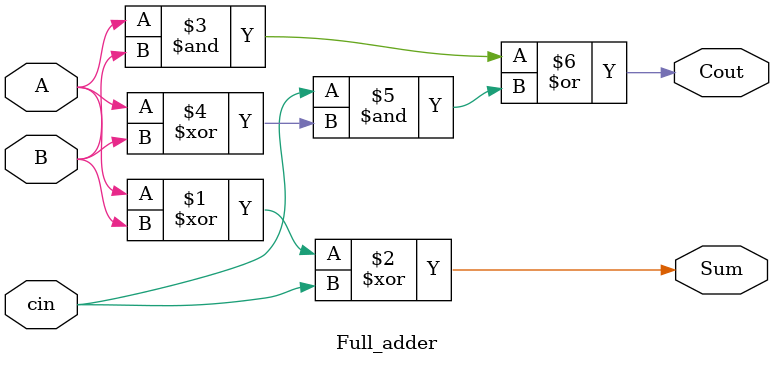
<source format=v>
`timescale 1ns / 1ps


module Ripple_carry_adder(input[3:0]a,input[3:0]b,input cin,output[3:0]sum ,output cout);
wire[2:0]w;
Full_adder FA1(.A(a[0]),.B(b[0]),.cin(cin),.Sum(sum[0]),.Cout(w[0]));
Full_adder FA2(.A(a[1]),.B(b[1]),.cin(w[0]),.Sum(sum[1]),.Cout(w[1]));
Full_adder FA3(.A(a[2]),.B(b[2]),.cin(w[1]),.Sum(sum[2]),.Cout(w[2]));
Full_adder FA4(.A(a[3]),.B(b[3]),.cin(w[2]),.Sum(sum[3]),.Cout(cout));

endmodule

module Full_adder(input A,input B,input cin,output Sum,output Cout);
assign Sum=A^B^cin;
assign Cout= (A&B) | cin & (A^B);

endmodule 

</source>
